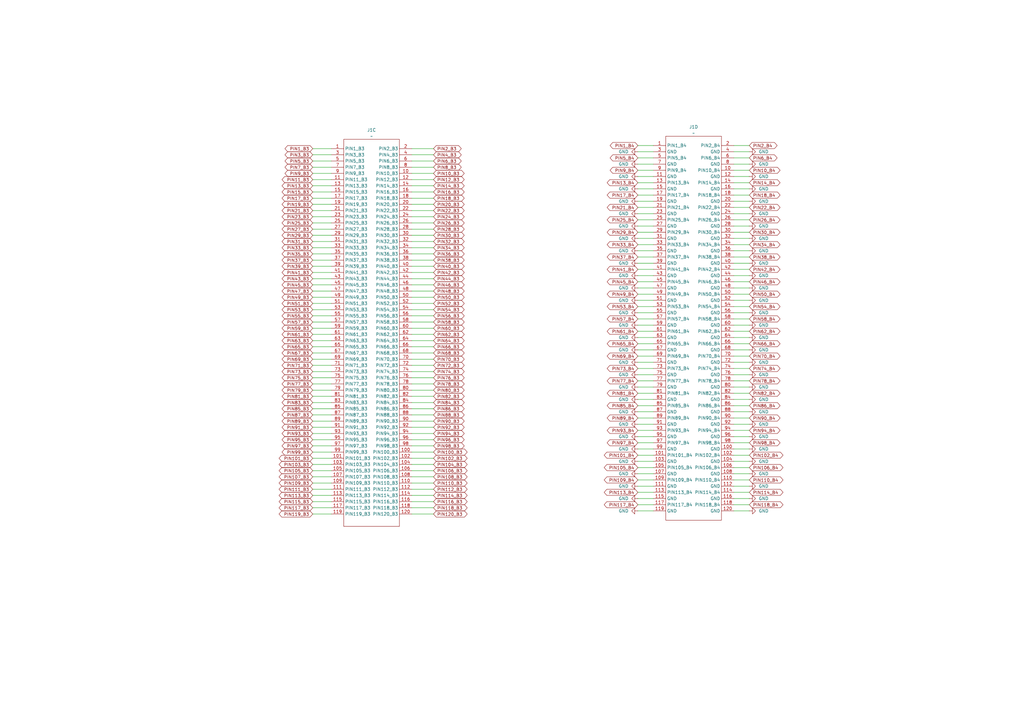
<source format=kicad_sch>
(kicad_sch (version 20231120) (generator "eeschema") (generator_version "8.0")
  (paper "A3")
  (wire (pts (xy 177.8 66.04) (xy 168.91 66.04)))
  (wire (pts (xy 300.99 194.31) (xy 307.34 194.31)))
  (wire (pts (xy 261.62 201.93) (xy 267.97 201.93)))
  (wire (pts (xy 307.34 151.13) (xy 300.99 151.13)))
  (wire (pts (xy 307.34 67.31) (xy 300.99 67.31)))
  (wire (pts (xy 128.27 139.7) (xy 135.89 139.7)))
  (wire (pts (xy 177.8 180.34) (xy 168.91 180.34)))
  (wire (pts (xy 177.8 121.92) (xy 168.91 121.92)))
  (wire (pts (xy 128.27 60.96) (xy 135.89 60.96)))
  (wire (pts (xy 177.8 154.94) (xy 168.91 154.94)))
  (wire (pts (xy 128.27 162.56) (xy 135.89 162.56)))
  (wire (pts (xy 261.62 59.69) (xy 267.97 59.69)))
  (wire (pts (xy 177.8 127) (xy 168.91 127)))
  (wire (pts (xy 307.34 184.15) (xy 300.99 184.15)))
  (wire (pts (xy 177.8 81.28) (xy 168.91 81.28)))
  (wire (pts (xy 128.27 182.88) (xy 135.89 182.88)))
  (wire (pts (xy 307.34 59.69) (xy 300.99 59.69)))
  (wire (pts (xy 177.8 99.06) (xy 168.91 99.06)))
  (wire (pts (xy 261.62 95.25) (xy 267.97 95.25)))
  (wire (pts (xy 307.34 173.99) (xy 300.99 173.99)))
  (wire (pts (xy 261.62 163.83) (xy 267.97 163.83)))
  (wire (pts (xy 307.34 201.93) (xy 300.99 201.93)))
  (wire (pts (xy 177.8 76.2) (xy 168.91 76.2)))
  (wire (pts (xy 261.62 100.33) (xy 267.97 100.33)))
  (wire (pts (xy 177.8 149.86) (xy 168.91 149.86)))
  (wire (pts (xy 128.27 91.44) (xy 135.89 91.44)))
  (wire (pts (xy 261.62 179.07) (xy 267.97 179.07)))
  (wire (pts (xy 307.34 196.85) (xy 300.99 196.85)))
  (wire (pts (xy 307.34 62.23) (xy 300.99 62.23)))
  (wire (pts (xy 307.34 97.79) (xy 300.99 97.79)))
  (wire (pts (xy 177.8 147.32) (xy 168.91 147.32)))
  (wire (pts (xy 261.62 130.81) (xy 267.97 130.81)))
  (wire (pts (xy 128.27 175.26) (xy 135.89 175.26)))
  (wire (pts (xy 261.62 72.39) (xy 267.97 72.39)))
  (wire (pts (xy 307.34 72.39) (xy 300.99 72.39)))
  (wire (pts (xy 261.62 158.75) (xy 267.97 158.75)))
  (wire (pts (xy 177.8 63.5) (xy 168.91 63.5)))
  (wire (pts (xy 177.8 119.38) (xy 168.91 119.38)))
  (wire (pts (xy 177.8 167.64) (xy 168.91 167.64)))
  (wire (pts (xy 307.34 82.55) (xy 300.99 82.55)))
  (wire (pts (xy 177.8 162.56) (xy 168.91 162.56)))
  (wire (pts (xy 261.62 120.65) (xy 267.97 120.65)))
  (wire (pts (xy 261.62 148.59) (xy 267.97 148.59)))
  (wire (pts (xy 261.62 186.69) (xy 267.97 186.69)))
  (wire (pts (xy 128.27 170.18) (xy 135.89 170.18)))
  (wire (pts (xy 128.27 127) (xy 135.89 127)))
  (wire (pts (xy 177.8 182.88) (xy 168.91 182.88)))
  (wire (pts (xy 261.62 209.55) (xy 267.97 209.55)))
  (wire (pts (xy 128.27 205.74) (xy 135.89 205.74)))
  (wire (pts (xy 261.62 194.31) (xy 267.97 194.31)))
  (wire (pts (xy 307.34 163.83) (xy 300.99 163.83)))
  (wire (pts (xy 177.8 137.16) (xy 168.91 137.16)))
  (wire (pts (xy 307.34 133.35) (xy 300.99 133.35)))
  (wire (pts (xy 177.8 104.14) (xy 168.91 104.14)))
  (wire (pts (xy 307.34 85.09) (xy 300.99 85.09)))
  (wire (pts (xy 307.34 138.43) (xy 300.99 138.43)))
  (wire (pts (xy 128.27 114.3) (xy 135.89 114.3)))
  (wire (pts (xy 128.27 88.9) (xy 135.89 88.9)))
  (wire (pts (xy 261.62 105.41) (xy 267.97 105.41)))
  (wire (pts (xy 177.8 132.08) (xy 168.91 132.08)))
  (wire (pts (xy 177.8 96.52) (xy 168.91 96.52)))
  (wire (pts (xy 177.8 93.98) (xy 168.91 93.98)))
  (wire (pts (xy 261.62 118.11) (xy 267.97 118.11)))
  (wire (pts (xy 128.27 101.6) (xy 135.89 101.6)))
  (wire (pts (xy 307.34 176.53) (xy 300.99 176.53)))
  (wire (pts (xy 128.27 83.82) (xy 135.89 83.82)))
  (wire (pts (xy 128.27 180.34) (xy 135.89 180.34)))
  (wire (pts (xy 307.34 125.73) (xy 300.99 125.73)))
  (wire (pts (xy 261.62 113.03) (xy 267.97 113.03)))
  (wire (pts (xy 261.62 64.77) (xy 267.97 64.77)))
  (wire (pts (xy 307.34 199.39) (xy 300.99 199.39)))
  (wire (pts (xy 177.8 205.74) (xy 168.91 205.74)))
  (wire (pts (xy 307.34 181.61) (xy 300.99 181.61)))
  (wire (pts (xy 128.27 124.46) (xy 135.89 124.46)))
  (wire (pts (xy 177.8 165.1) (xy 168.91 165.1)))
  (wire (pts (xy 128.27 121.92) (xy 135.89 121.92)))
  (wire (pts (xy 261.62 80.01) (xy 267.97 80.01)))
  (wire (pts (xy 261.62 153.67) (xy 267.97 153.67)))
  (wire (pts (xy 128.27 119.38) (xy 135.89 119.38)))
  (wire (pts (xy 261.62 82.55) (xy 267.97 82.55)))
  (wire (pts (xy 307.34 107.95) (xy 300.99 107.95)))
  (wire (pts (xy 177.8 134.62) (xy 168.91 134.62)))
  (wire (pts (xy 261.62 151.13) (xy 267.97 151.13)))
  (wire (pts (xy 177.8 190.5) (xy 168.91 190.5)))
  (wire (pts (xy 128.27 63.5) (xy 135.89 63.5)))
  (wire (pts (xy 261.62 85.09) (xy 267.97 85.09)))
  (wire (pts (xy 177.8 157.48) (xy 168.91 157.48)))
  (wire (pts (xy 177.8 116.84) (xy 168.91 116.84)))
  (wire (pts (xy 307.34 161.29) (xy 300.99 161.29)))
  (wire (pts (xy 261.62 97.79) (xy 267.97 97.79)))
  (wire (pts (xy 177.8 109.22) (xy 168.91 109.22)))
  (wire (pts (xy 307.34 128.27) (xy 300.99 128.27)))
  (wire (pts (xy 307.34 102.87) (xy 300.99 102.87)))
  (wire (pts (xy 128.27 203.2) (xy 135.89 203.2)))
  (wire (pts (xy 128.27 190.5) (xy 135.89 190.5)))
  (wire (pts (xy 307.34 153.67) (xy 300.99 153.67)))
  (wire (pts (xy 128.27 71.12) (xy 135.89 71.12)))
  (wire (pts (xy 177.8 124.46) (xy 168.91 124.46)))
  (wire (pts (xy 307.34 146.05) (xy 300.99 146.05)))
  (wire (pts (xy 307.34 120.65) (xy 300.99 120.65)))
  (wire (pts (xy 261.62 168.91) (xy 267.97 168.91)))
  (wire (pts (xy 128.27 193.04) (xy 135.89 193.04)))
  (wire (pts (xy 177.8 73.66) (xy 168.91 73.66)))
  (wire (pts (xy 261.62 125.73) (xy 267.97 125.73)))
  (wire (pts (xy 177.8 114.3) (xy 168.91 114.3)))
  (wire (pts (xy 261.62 123.19) (xy 267.97 123.19)))
  (wire (pts (xy 128.27 86.36) (xy 135.89 86.36)))
  (wire (pts (xy 307.34 191.77) (xy 300.99 191.77)))
  (wire (pts (xy 300.99 113.03) (xy 307.34 113.03)))
  (wire (pts (xy 177.8 185.42) (xy 168.91 185.42)))
  (wire (pts (xy 307.34 74.93) (xy 300.99 74.93)))
  (wire (pts (xy 177.8 208.28) (xy 168.91 208.28)))
  (wire (pts (xy 261.62 128.27) (xy 267.97 128.27)))
  (wire (pts (xy 307.34 204.47) (xy 300.99 204.47)))
  (wire (pts (xy 128.27 144.78) (xy 135.89 144.78)))
  (wire (pts (xy 307.34 64.77) (xy 300.99 64.77)))
  (wire (pts (xy 177.8 144.78) (xy 168.91 144.78)))
  (wire (pts (xy 307.34 179.07) (xy 300.99 179.07)))
  (wire (pts (xy 128.27 160.02) (xy 135.89 160.02)))
  (wire (pts (xy 307.34 118.11) (xy 300.99 118.11)))
  (wire (pts (xy 128.27 165.1) (xy 135.89 165.1)))
  (wire (pts (xy 128.27 132.08) (xy 135.89 132.08)))
  (wire (pts (xy 261.62 115.57) (xy 267.97 115.57)))
  (wire (pts (xy 128.27 93.98) (xy 135.89 93.98)))
  (wire (pts (xy 128.27 157.48) (xy 135.89 157.48)))
  (wire (pts (xy 261.62 173.99) (xy 267.97 173.99)))
  (wire (pts (xy 307.34 166.37) (xy 300.99 166.37)))
  (wire (pts (xy 261.62 189.23) (xy 267.97 189.23)))
  (wire (pts (xy 177.8 83.82) (xy 168.91 83.82)))
  (wire (pts (xy 128.27 116.84) (xy 135.89 116.84)))
  (wire (pts (xy 261.62 176.53) (xy 267.97 176.53)))
  (wire (pts (xy 307.34 69.85) (xy 300.99 69.85)))
  (wire (pts (xy 128.27 129.54) (xy 135.89 129.54)))
  (wire (pts (xy 177.8 68.58) (xy 168.91 68.58)))
  (wire (pts (xy 261.62 146.05) (xy 267.97 146.05)))
  (wire (pts (xy 177.8 175.26) (xy 168.91 175.26)))
  (wire (pts (xy 177.8 170.18) (xy 168.91 170.18)))
  (wire (pts (xy 128.27 78.74) (xy 135.89 78.74)))
  (wire (pts (xy 177.8 91.44) (xy 168.91 91.44)))
  (wire (pts (xy 261.62 140.97) (xy 267.97 140.97)))
  (wire (pts (xy 261.62 138.43) (xy 267.97 138.43)))
  (wire (pts (xy 307.34 123.19) (xy 300.99 123.19)))
  (wire (pts (xy 128.27 187.96) (xy 135.89 187.96)))
  (wire (pts (xy 177.8 139.7) (xy 168.91 139.7)))
  (wire (pts (xy 261.62 166.37) (xy 267.97 166.37)))
  (wire (pts (xy 307.34 189.23) (xy 300.99 189.23)))
  (wire (pts (xy 128.27 68.58) (xy 135.89 68.58)))
  (wire (pts (xy 177.8 187.96) (xy 168.91 187.96)))
  (wire (pts (xy 261.62 199.39) (xy 267.97 199.39)))
  (wire (pts (xy 307.34 207.01) (xy 300.99 207.01)))
  (wire (pts (xy 177.8 78.74) (xy 168.91 78.74)))
  (wire (pts (xy 128.27 147.32) (xy 135.89 147.32)))
  (wire (pts (xy 128.27 106.68) (xy 135.89 106.68)))
  (wire (pts (xy 128.27 167.64) (xy 135.89 167.64)))
  (wire (pts (xy 307.34 186.69) (xy 300.99 186.69)))
  (wire (pts (xy 307.34 87.63) (xy 300.99 87.63)))
  (wire (pts (xy 128.27 104.14) (xy 135.89 104.14)))
  (wire (pts (xy 307.34 77.47) (xy 300.99 77.47)))
  (wire (pts (xy 177.8 195.58) (xy 168.91 195.58)))
  (wire (pts (xy 177.8 71.12) (xy 168.91 71.12)))
  (wire (pts (xy 128.27 154.94) (xy 135.89 154.94)))
  (wire (pts (xy 128.27 137.16) (xy 135.89 137.16)))
  (wire (pts (xy 261.62 204.47) (xy 267.97 204.47)))
  (wire (pts (xy 307.34 209.55) (xy 300.99 209.55)))
  (wire (pts (xy 177.8 152.4) (xy 168.91 152.4)))
  (wire (pts (xy 177.8 129.54) (xy 168.91 129.54)))
  (wire (pts (xy 307.34 143.51) (xy 300.99 143.51)))
  (wire (pts (xy 177.8 160.02) (xy 168.91 160.02)))
  (wire (pts (xy 261.62 207.01) (xy 267.97 207.01)))
  (wire (pts (xy 307.34 156.21) (xy 300.99 156.21)))
  (wire (pts (xy 128.27 73.66) (xy 135.89 73.66)))
  (wire (pts (xy 307.34 140.97) (xy 300.99 140.97)))
  (wire (pts (xy 261.62 143.51) (xy 267.97 143.51)))
  (wire (pts (xy 261.62 196.85) (xy 267.97 196.85)))
  (wire (pts (xy 128.27 152.4) (xy 135.89 152.4)))
  (wire (pts (xy 261.62 69.85) (xy 267.97 69.85)))
  (wire (pts (xy 128.27 198.12) (xy 135.89 198.12)))
  (wire (pts (xy 307.34 158.75) (xy 300.99 158.75)))
  (wire (pts (xy 261.62 171.45) (xy 267.97 171.45)))
  (wire (pts (xy 177.8 177.8) (xy 168.91 177.8)))
  (wire (pts (xy 307.34 95.25) (xy 300.99 95.25)))
  (wire (pts (xy 261.62 156.21) (xy 267.97 156.21)))
  (wire (pts (xy 307.34 135.89) (xy 300.99 135.89)))
  (wire (pts (xy 307.34 148.59) (xy 300.99 148.59)))
  (wire (pts (xy 128.27 195.58) (xy 135.89 195.58)))
  (wire (pts (xy 177.8 193.04) (xy 168.91 193.04)))
  (wire (pts (xy 177.8 86.36) (xy 168.91 86.36)))
  (wire (pts (xy 261.62 110.49) (xy 267.97 110.49)))
  (wire (pts (xy 128.27 172.72) (xy 135.89 172.72)))
  (wire (pts (xy 261.62 90.17) (xy 267.97 90.17)))
  (wire (pts (xy 261.62 135.89) (xy 267.97 135.89)))
  (wire (pts (xy 128.27 208.28) (xy 135.89 208.28)))
  (wire (pts (xy 307.34 110.49) (xy 300.99 110.49)))
  (wire (pts (xy 261.62 62.23) (xy 267.97 62.23)))
  (wire (pts (xy 128.27 109.22) (xy 135.89 109.22)))
  (wire (pts (xy 307.34 130.81) (xy 300.99 130.81)))
  (wire (pts (xy 261.62 92.71) (xy 267.97 92.71)))
  (wire (pts (xy 128.27 177.8) (xy 135.89 177.8)))
  (wire (pts (xy 307.34 80.01) (xy 300.99 80.01)))
  (wire (pts (xy 177.8 142.24) (xy 168.91 142.24)))
  (wire (pts (xy 261.62 133.35) (xy 267.97 133.35)))
  (wire (pts (xy 177.8 172.72) (xy 168.91 172.72)))
  (wire (pts (xy 307.34 168.91) (xy 300.99 168.91)))
  (wire (pts (xy 177.8 60.96) (xy 168.91 60.96)))
  (wire (pts (xy 261.62 181.61) (xy 267.97 181.61)))
  (wire (pts (xy 128.27 149.86) (xy 135.89 149.86)))
  (wire (pts (xy 177.8 101.6) (xy 168.91 101.6)))
  (wire (pts (xy 307.34 92.71) (xy 300.99 92.71)))
  (wire (pts (xy 177.8 200.66) (xy 168.91 200.66)))
  (wire (pts (xy 128.27 134.62) (xy 135.89 134.62)))
  (wire (pts (xy 128.27 76.2) (xy 135.89 76.2)))
  (wire (pts (xy 177.8 198.12) (xy 168.91 198.12)))
  (wire (pts (xy 307.34 171.45) (xy 300.99 171.45)))
  (wire (pts (xy 128.27 99.06) (xy 135.89 99.06)))
  (wire (pts (xy 177.8 106.68) (xy 168.91 106.68)))
  (wire (pts (xy 128.27 81.28) (xy 135.89 81.28)))
  (wire (pts (xy 177.8 88.9) (xy 168.91 88.9)))
  (wire (pts (xy 261.62 77.47) (xy 267.97 77.47)))
  (wire (pts (xy 261.62 161.29) (xy 267.97 161.29)))
  (wire (pts (xy 261.62 67.31) (xy 267.97 67.31)))
  (wire (pts (xy 177.8 111.76) (xy 168.91 111.76)))
  (wire (pts (xy 261.62 184.15) (xy 267.97 184.15)))
  (wire (pts (xy 177.8 210.82) (xy 168.91 210.82)))
  (wire (pts (xy 307.34 90.17) (xy 300.99 90.17)))
  (wire (pts (xy 128.27 210.82) (xy 135.89 210.82)))
  (wire (pts (xy 261.62 107.95) (xy 267.97 107.95)))
  (wire (pts (xy 307.34 105.41) (xy 300.99 105.41)))
  (wire (pts (xy 128.27 96.52) (xy 135.89 96.52)))
  (wire (pts (xy 261.62 74.93) (xy 267.97 74.93)))
  (wire (pts (xy 128.27 66.04) (xy 135.89 66.04)))
  (wire (pts (xy 128.27 185.42) (xy 135.89 185.42)))
  (wire (pts (xy 261.62 102.87) (xy 267.97 102.87)))
  (wire (pts (xy 128.27 200.66) (xy 135.89 200.66)))
  (wire (pts (xy 307.34 100.33) (xy 300.99 100.33)))
  (wire (pts (xy 177.8 203.2) (xy 168.91 203.2)))
  (wire (pts (xy 261.62 87.63) (xy 267.97 87.63)))
  (wire (pts (xy 128.27 142.24) (xy 135.89 142.24)))
  (wire (pts (xy 261.62 191.77) (xy 267.97 191.77)))
  (wire (pts (xy 307.34 115.57) (xy 300.99 115.57)))
  (wire (pts (xy 128.27 111.76) (xy 135.89 111.76)))
  (global_label "PIN66_B4" (shape bidirectional) (at 307.34 140.97 0) (property "Intersheetrefs" "${INTERSHEET_REFS}" (effects (hide yes))))
  (global_label "PIN102_B4" (shape bidirectional) (at 307.34 186.69 0) (property "Intersheetrefs" "${INTERSHEET_REFS}" (effects (hide yes))))
  (global_label "PIN107_B3" (shape bidirectional) (at 128.27 195.58 180) (property "Intersheetrefs" "${INTERSHEET_REFS}" (effects (hide yes))))
  (global_label "PIN88_B3" (shape bidirectional) (at 177.8 170.18 0) (property "Intersheetrefs" "${INTERSHEET_REFS}" (effects (hide yes))))
  (global_label "PIN81_B4" (shape bidirectional) (at 261.62 161.29 180) (property "Intersheetrefs" "${INTERSHEET_REFS}" (effects (hide yes))))
  (global_label "PIN37_B3" (shape bidirectional) (at 128.27 106.68 180) (property "Intersheetrefs" "${INTERSHEET_REFS}" (effects (hide yes))))
  (global_label "PIN100_B3" (shape bidirectional) (at 177.8 185.42 0) (property "Intersheetrefs" "${INTERSHEET_REFS}" (effects (hide yes))))
  (global_label "PIN84_B3" (shape bidirectional) (at 177.8 165.1 0) (property "Intersheetrefs" "${INTERSHEET_REFS}" (effects (hide yes))))
  (global_label "PIN97_B4" (shape bidirectional) (at 261.62 181.61 180) (property "Intersheetrefs" "${INTERSHEET_REFS}" (effects (hide yes))))
  (global_label "PIN21_B3" (shape bidirectional) (at 128.27 86.36 180) (property "Intersheetrefs" "${INTERSHEET_REFS}" (effects (hide yes))))
  (global_label "PIN60_B3" (shape bidirectional) (at 177.8 134.62 0) (property "Intersheetrefs" "${INTERSHEET_REFS}" (effects (hide yes))))
  (global_label "PIN59_B3" (shape bidirectional) (at 128.27 134.62 180) (property "Intersheetrefs" "${INTERSHEET_REFS}" (effects (hide yes))))
  (global_label "PIN95_B3" (shape bidirectional) (at 128.27 180.34 180) (property "Intersheetrefs" "${INTERSHEET_REFS}" (effects (hide yes))))
  (global_label "PIN48_B3" (shape bidirectional) (at 177.8 119.38 0) (property "Intersheetrefs" "${INTERSHEET_REFS}" (effects (hide yes))))
  (global_label "PIN64_B3" (shape bidirectional) (at 177.8 139.7 0) (property "Intersheetrefs" "${INTERSHEET_REFS}" (effects (hide yes))))
  (global_label "PIN14_B4" (shape bidirectional) (at 307.34 74.93 0) (property "Intersheetrefs" "${INTERSHEET_REFS}" (effects (hide yes))))
  (global_label "PIN113_B4" (shape bidirectional) (at 261.62 201.93 180) (property "Intersheetrefs" "${INTERSHEET_REFS}" (effects (hide yes))))
  (global_label "PIN13_B4" (shape bidirectional) (at 261.62 74.93 180) (property "Intersheetrefs" "${INTERSHEET_REFS}" (effects (hide yes))))
  (global_label "PIN46_B3" (shape bidirectional) (at 177.8 116.84 0) (property "Intersheetrefs" "${INTERSHEET_REFS}" (effects (hide yes))))
  (global_label "PIN91_B3" (shape bidirectional) (at 128.27 175.26 180) (property "Intersheetrefs" "${INTERSHEET_REFS}" (effects (hide yes))))
  (global_label "PIN45_B4" (shape bidirectional) (at 261.62 115.57 180) (property "Intersheetrefs" "${INTERSHEET_REFS}" (effects (hide yes))))
  (global_label "PIN1_B3" (shape bidirectional) (at 128.27 60.96 180) (property "Intersheetrefs" "${INTERSHEET_REFS}" (effects (hide yes))))
  (global_label "PIN43_B3" (shape bidirectional) (at 128.27 114.3 180) (property "Intersheetrefs" "${INTERSHEET_REFS}" (effects (hide yes))))
  (global_label "PIN85_B4" (shape bidirectional) (at 261.62 166.37 180) (property "Intersheetrefs" "${INTERSHEET_REFS}" (effects (hide yes))))
  (global_label "PIN68_B3" (shape bidirectional) (at 177.8 144.78 0) (property "Intersheetrefs" "${INTERSHEET_REFS}" (effects (hide yes))))
  (global_label "PIN109_B3" (shape bidirectional) (at 128.27 198.12 180) (property "Intersheetrefs" "${INTERSHEET_REFS}" (effects (hide yes))))
  (global_label "PIN30_B4" (shape bidirectional) (at 307.34 95.25 0) (property "Intersheetrefs" "${INTERSHEET_REFS}" (effects (hide yes))))
  (global_label "PIN6_B4" (shape bidirectional) (at 307.34 64.77 0) (property "Intersheetrefs" "${INTERSHEET_REFS}" (effects (hide yes))))
  (global_label "PIN41_B3" (shape bidirectional) (at 128.27 111.76 180) (property "Intersheetrefs" "${INTERSHEET_REFS}" (effects (hide yes))))
  (global_label "PIN28_B3" (shape bidirectional) (at 177.8 93.98 0) (property "Intersheetrefs" "${INTERSHEET_REFS}" (effects (hide yes))))
  (global_label "PIN13_B3" (shape bidirectional) (at 128.27 76.2 180) (property "Intersheetrefs" "${INTERSHEET_REFS}" (effects (hide yes))))
  (global_label "PIN66_B3" (shape bidirectional) (at 177.8 142.24 0) (property "Intersheetrefs" "${INTERSHEET_REFS}" (effects (hide yes))))
  (global_label "PIN9_B4" (shape bidirectional) (at 261.62 69.85 180) (property "Intersheetrefs" "${INTERSHEET_REFS}" (effects (hide yes))))
  (global_label "PIN67_B3" (shape bidirectional) (at 128.27 144.78 180) (property "Intersheetrefs" "${INTERSHEET_REFS}" (effects (hide yes))))
  (global_label "PIN21_B4" (shape bidirectional) (at 261.62 85.09 180) (property "Intersheetrefs" "${INTERSHEET_REFS}" (effects (hide yes))))
  (global_label "PIN92_B3" (shape bidirectional) (at 177.8 175.26 0) (property "Intersheetrefs" "${INTERSHEET_REFS}" (effects (hide yes))))
  (global_label "PIN44_B3" (shape bidirectional) (at 177.8 114.3 0) (property "Intersheetrefs" "${INTERSHEET_REFS}" (effects (hide yes))))
  (global_label "PIN8_B3" (shape bidirectional) (at 177.8 68.58 0) (property "Intersheetrefs" "${INTERSHEET_REFS}" (effects (hide yes))))
  (global_label "PIN50_B4" (shape bidirectional) (at 307.34 120.65 0) (property "Intersheetrefs" "${INTERSHEET_REFS}" (effects (hide yes))))
  (global_label "PIN65_B4" (shape bidirectional) (at 261.62 140.97 180) (property "Intersheetrefs" "${INTERSHEET_REFS}" (effects (hide yes))))
  (global_label "PIN98_B4" (shape bidirectional) (at 307.34 181.61 0) (property "Intersheetrefs" "${INTERSHEET_REFS}" (effects (hide yes))))
  (global_label "PIN37_B4" (shape bidirectional) (at 261.62 105.41 180) (property "Intersheetrefs" "${INTERSHEET_REFS}" (effects (hide yes))))
  (global_label "PIN86_B3" (shape bidirectional) (at 177.8 167.64 0) (property "Intersheetrefs" "${INTERSHEET_REFS}" (effects (hide yes))))
  (global_label "PIN103_B3" (shape bidirectional) (at 128.27 190.5 180) (property "Intersheetrefs" "${INTERSHEET_REFS}" (effects (hide yes))))
  (global_label "PIN35_B3" (shape bidirectional) (at 128.27 104.14 180) (property "Intersheetrefs" "${INTERSHEET_REFS}" (effects (hide yes))))
  (global_label "PIN119_B3" (shape bidirectional) (at 128.27 210.82 180) (property "Intersheetrefs" "${INTERSHEET_REFS}" (effects (hide yes))))
  (global_label "PIN57_B3" (shape bidirectional) (at 128.27 132.08 180) (property "Intersheetrefs" "${INTERSHEET_REFS}" (effects (hide yes))))
  (global_label "PIN23_B3" (shape bidirectional) (at 128.27 88.9 180) (property "Intersheetrefs" "${INTERSHEET_REFS}" (effects (hide yes))))
  (global_label "PIN63_B3" (shape bidirectional) (at 128.27 139.7 180) (property "Intersheetrefs" "${INTERSHEET_REFS}" (effects (hide yes))))
  (global_label "PIN47_B3" (shape bidirectional) (at 128.27 119.38 180) (property "Intersheetrefs" "${INTERSHEET_REFS}" (effects (hide yes))))
  (global_label "PIN93_B4" (shape bidirectional) (at 261.62 176.53 180) (property "Intersheetrefs" "${INTERSHEET_REFS}" (effects (hide yes))))
  (global_label "PIN32_B3" (shape bidirectional) (at 177.8 99.06 0) (property "Intersheetrefs" "${INTERSHEET_REFS}" (effects (hide yes))))
  (global_label "PIN42_B3" (shape bidirectional) (at 177.8 111.76 0) (property "Intersheetrefs" "${INTERSHEET_REFS}" (effects (hide yes))))
  (global_label "PIN99_B3" (shape bidirectional) (at 128.27 185.42 180) (property "Intersheetrefs" "${INTERSHEET_REFS}" (effects (hide yes))))
  (global_label "PIN25_B4" (shape bidirectional) (at 261.62 90.17 180) (property "Intersheetrefs" "${INTERSHEET_REFS}" (effects (hide yes))))
  (global_label "PIN38_B4" (shape bidirectional) (at 307.34 105.41 0) (property "Intersheetrefs" "${INTERSHEET_REFS}" (effects (hide yes))))
  (global_label "PIN114_B3" (shape bidirectional) (at 177.8 203.2 0) (property "Intersheetrefs" "${INTERSHEET_REFS}" (effects (hide yes))))
  (global_label "PIN114_B4" (shape bidirectional) (at 307.34 201.93 0) (property "Intersheetrefs" "${INTERSHEET_REFS}" (effects (hide yes))))
  (global_label "PIN34_B4" (shape bidirectional) (at 307.34 100.33 0) (property "Intersheetrefs" "${INTERSHEET_REFS}" (effects (hide yes))))
  (global_label "PIN96_B3" (shape bidirectional) (at 177.8 180.34 0) (property "Intersheetrefs" "${INTERSHEET_REFS}" (effects (hide yes))))
  (global_label "PIN46_B4" (shape bidirectional) (at 307.34 115.57 0) (property "Intersheetrefs" "${INTERSHEET_REFS}" (effects (hide yes))))
  (global_label "PIN11_B3" (shape bidirectional) (at 128.27 73.66 180) (property "Intersheetrefs" "${INTERSHEET_REFS}" (effects (hide yes))))
  (global_label "PIN105_B4" (shape bidirectional) (at 261.62 191.77 180) (property "Intersheetrefs" "${INTERSHEET_REFS}" (effects (hide yes))))
  (global_label "PIN26_B4" (shape bidirectional) (at 307.34 90.17 0) (property "Intersheetrefs" "${INTERSHEET_REFS}" (effects (hide yes))))
  (global_label "PIN117_B3" (shape bidirectional) (at 128.27 208.28 180) (property "Intersheetrefs" "${INTERSHEET_REFS}" (effects (hide yes))))
  (global_label "PIN50_B3" (shape bidirectional) (at 177.8 121.92 0) (property "Intersheetrefs" "${INTERSHEET_REFS}" (effects (hide yes))))
  (global_label "PIN17_B4" (shape bidirectional) (at 261.62 80.01 180) (property "Intersheetrefs" "${INTERSHEET_REFS}" (effects (hide yes))))
  (global_label "PIN90_B3" (shape bidirectional) (at 177.8 172.72 0) (property "Intersheetrefs" "${INTERSHEET_REFS}" (effects (hide yes))))
  (global_label "PIN76_B3" (shape bidirectional) (at 177.8 154.94 0) (property "Intersheetrefs" "${INTERSHEET_REFS}" (effects (hide yes))))
  (global_label "PIN101_B3" (shape bidirectional) (at 128.27 187.96 180) (property "Intersheetrefs" "${INTERSHEET_REFS}" (effects (hide yes))))
  (global_label "PIN33_B4" (shape bidirectional) (at 261.62 100.33 180) (property "Intersheetrefs" "${INTERSHEET_REFS}" (effects (hide yes))))
  (global_label "PIN102_B3" (shape bidirectional) (at 177.8 187.96 0) (property "Intersheetrefs" "${INTERSHEET_REFS}" (effects (hide yes))))
  (global_label "PIN4_B3" (shape bidirectional) (at 177.8 63.5 0) (property "Intersheetrefs" "${INTERSHEET_REFS}" (effects (hide yes))))
  (global_label "PIN73_B4" (shape bidirectional) (at 261.62 151.13 180) (property "Intersheetrefs" "${INTERSHEET_REFS}" (effects (hide yes))))
  (global_label "PIN10_B3" (shape bidirectional) (at 177.8 71.12 0) (property "Intersheetrefs" "${INTERSHEET_REFS}" (effects (hide yes))))
  (global_label "PIN39_B3" (shape bidirectional) (at 128.27 109.22 180) (property "Intersheetrefs" "${INTERSHEET_REFS}" (effects (hide yes))))
  (global_label "PIN62_B3" (shape bidirectional) (at 177.8 137.16 0) (property "Intersheetrefs" "${INTERSHEET_REFS}" (effects (hide yes))))
  (global_label "PIN90_B4" (shape bidirectional) (at 307.34 171.45 0) (property "Intersheetrefs" "${INTERSHEET_REFS}" (effects (hide yes))))
  (global_label "PIN75_B3" (shape bidirectional) (at 128.27 154.94 180) (property "Intersheetrefs" "${INTERSHEET_REFS}" (effects (hide yes))))
  (global_label "PIN79_B3" (shape bidirectional) (at 128.27 160.02 180) (property "Intersheetrefs" "${INTERSHEET_REFS}" (effects (hide yes))))
  (global_label "PIN31_B3" (shape bidirectional) (at 128.27 99.06 180) (property "Intersheetrefs" "${INTERSHEET_REFS}" (effects (hide yes))))
  (global_label "PIN1_B4" (shape bidirectional) (at 261.62 59.69 180) (property "Intersheetrefs" "${INTERSHEET_REFS}" (effects (hide yes))))
  (global_label "PIN101_B4" (shape bidirectional) (at 261.62 186.69 180) (property "Intersheetrefs" "${INTERSHEET_REFS}" (effects (hide yes))))
  (global_label "PIN73_B3" (shape bidirectional) (at 128.27 152.4 180) (property "Intersheetrefs" "${INTERSHEET_REFS}" (effects (hide yes))))
  (global_label "PIN49_B3" (shape bidirectional) (at 128.27 121.92 180) (property "Intersheetrefs" "${INTERSHEET_REFS}" (effects (hide yes))))
  (global_label "PIN113_B3" (shape bidirectional) (at 128.27 203.2 180) (property "Intersheetrefs" "${INTERSHEET_REFS}" (effects (hide yes))))
  (global_label "PIN77_B3" (shape bidirectional) (at 128.27 157.48 180) (property "Intersheetrefs" "${INTERSHEET_REFS}" (effects (hide yes))))
  (global_label "PIN81_B3" (shape bidirectional) (at 128.27 162.56 180) (property "Intersheetrefs" "${INTERSHEET_REFS}" (effects (hide yes))))
  (global_label "PIN83_B3" (shape bidirectional) (at 128.27 165.1 180) (property "Intersheetrefs" "${INTERSHEET_REFS}" (effects (hide yes))))
  (global_label "PIN89_B4" (shape bidirectional) (at 261.62 171.45 180) (property "Intersheetrefs" "${INTERSHEET_REFS}" (effects (hide yes))))
  (global_label "PIN71_B3" (shape bidirectional) (at 128.27 149.86 180) (property "Intersheetrefs" "${INTERSHEET_REFS}" (effects (hide yes))))
  (global_label "PIN78_B3" (shape bidirectional) (at 177.8 157.48 0) (property "Intersheetrefs" "${INTERSHEET_REFS}" (effects (hide yes))))
  (global_label "PIN29_B3" (shape bidirectional) (at 128.27 96.52 180) (property "Intersheetrefs" "${INTERSHEET_REFS}" (effects (hide yes))))
  (global_label "PIN20_B3" (shape bidirectional) (at 177.8 83.82 0) (property "Intersheetrefs" "${INTERSHEET_REFS}" (effects (hide yes))))
  (global_label "PIN72_B3" (shape bidirectional) (at 177.8 149.86 0) (property "Intersheetrefs" "${INTERSHEET_REFS}" (effects (hide yes))))
  (global_label "PIN94_B4" (shape bidirectional) (at 307.34 176.53 0) (property "Intersheetrefs" "${INTERSHEET_REFS}" (effects (hide yes))))
  (global_label "PIN62_B4" (shape bidirectional) (at 307.34 135.89 0) (property "Intersheetrefs" "${INTERSHEET_REFS}" (effects (hide yes))))
  (global_label "PIN85_B3" (shape bidirectional) (at 128.27 167.64 180) (property "Intersheetrefs" "${INTERSHEET_REFS}" (effects (hide yes))))
  (global_label "PIN89_B3" (shape bidirectional) (at 128.27 172.72 180) (property "Intersheetrefs" "${INTERSHEET_REFS}" (effects (hide yes))))
  (global_label "PIN51_B3" (shape bidirectional) (at 128.27 124.46 180) (property "Intersheetrefs" "${INTERSHEET_REFS}" (effects (hide yes))))
  (global_label "PIN27_B3" (shape bidirectional) (at 128.27 93.98 180) (property "Intersheetrefs" "${INTERSHEET_REFS}" (effects (hide yes))))
  (global_label "PIN120_B3" (shape bidirectional) (at 177.8 210.82 0) (property "Intersheetrefs" "${INTERSHEET_REFS}" (effects (hide yes))))
  (global_label "PIN18_B3" (shape bidirectional) (at 177.8 81.28 0) (property "Intersheetrefs" "${INTERSHEET_REFS}" (effects (hide yes))))
  (global_label "PIN30_B3" (shape bidirectional) (at 177.8 96.52 0) (property "Intersheetrefs" "${INTERSHEET_REFS}" (effects (hide yes))))
  (global_label "PIN7_B3" (shape bidirectional) (at 128.27 68.58 180) (property "Intersheetrefs" "${INTERSHEET_REFS}" (effects (hide yes))))
  (global_label "PIN6_B3" (shape bidirectional) (at 177.8 66.04 0) (property "Intersheetrefs" "${INTERSHEET_REFS}" (effects (hide yes))))
  (global_label "PIN54_B3" (shape bidirectional) (at 177.8 127 0) (property "Intersheetrefs" "${INTERSHEET_REFS}" (effects (hide yes))))
  (global_label "PIN52_B3" (shape bidirectional) (at 177.8 124.46 0) (property "Intersheetrefs" "${INTERSHEET_REFS}" (effects (hide yes))))
  (global_label "PIN116_B3" (shape bidirectional) (at 177.8 205.74 0) (property "Intersheetrefs" "${INTERSHEET_REFS}" (effects (hide yes))))
  (global_label "PIN42_B4" (shape bidirectional) (at 307.34 110.49 0) (property "Intersheetrefs" "${INTERSHEET_REFS}" (effects (hide yes))))
  (global_label "PIN49_B4" (shape bidirectional) (at 261.62 120.65 180) (property "Intersheetrefs" "${INTERSHEET_REFS}" (effects (hide yes))))
  (global_label "PIN55_B3" (shape bidirectional) (at 128.27 129.54 180) (property "Intersheetrefs" "${INTERSHEET_REFS}" (effects (hide yes))))
  (global_label "PIN29_B4" (shape bidirectional) (at 261.62 95.25 180) (property "Intersheetrefs" "${INTERSHEET_REFS}" (effects (hide yes))))
  (global_label "PIN45_B3" (shape bidirectional) (at 128.27 116.84 180) (property "Intersheetrefs" "${INTERSHEET_REFS}" (effects (hide yes))))
  (global_label "PIN70_B3" (shape bidirectional) (at 177.8 147.32 0) (property "Intersheetrefs" "${INTERSHEET_REFS}" (effects (hide yes))))
  (global_label "PIN74_B3" (shape bidirectional) (at 177.8 152.4 0) (property "Intersheetrefs" "${INTERSHEET_REFS}" (effects (hide yes))))
  (global_label "PIN22_B4" (shape bidirectional) (at 307.34 85.09 0) (property "Intersheetrefs" "${INTERSHEET_REFS}" (effects (hide yes))))
  (global_label "PIN106_B3" (shape bidirectional) (at 177.8 193.04 0) (property "Intersheetrefs" "${INTERSHEET_REFS}" (effects (hide yes))))
  (global_label "PIN74_B4" (shape bidirectional) (at 307.34 151.13 0) (property "Intersheetrefs" "${INTERSHEET_REFS}" (effects (hide yes))))
  (global_label "PIN2_B4" (shape bidirectional) (at 307.34 59.69 0) (property "Intersheetrefs" "${INTERSHEET_REFS}" (effects (hide yes))))
  (global_label "PIN87_B3" (shape bidirectional) (at 128.27 170.18 180) (property "Intersheetrefs" "${INTERSHEET_REFS}" (effects (hide yes))))
  (global_label "PIN58_B4" (shape bidirectional) (at 307.34 130.81 0) (property "Intersheetrefs" "${INTERSHEET_REFS}" (effects (hide yes))))
  (global_label "PIN70_B4" (shape bidirectional) (at 307.34 146.05 0) (property "Intersheetrefs" "${INTERSHEET_REFS}" (effects (hide yes))))
  (global_label "PIN86_B4" (shape bidirectional) (at 307.34 166.37 0) (property "Intersheetrefs" "${INTERSHEET_REFS}" (effects (hide yes))))
  (global_label "PIN15_B3" (shape bidirectional) (at 128.27 78.74 180) (property "Intersheetrefs" "${INTERSHEET_REFS}" (effects (hide yes))))
  (global_label "PIN118_B3" (shape bidirectional) (at 177.8 208.28 0) (property "Intersheetrefs" "${INTERSHEET_REFS}" (effects (hide yes))))
  (global_label "PIN38_B3" (shape bidirectional) (at 177.8 106.68 0) (property "Intersheetrefs" "${INTERSHEET_REFS}" (effects (hide yes))))
  (global_label "PIN97_B3" (shape bidirectional) (at 128.27 182.88 180) (property "Intersheetrefs" "${INTERSHEET_REFS}" (effects (hide yes))))
  (global_label "PIN53_B3" (shape bidirectional) (at 128.27 127 180) (property "Intersheetrefs" "${INTERSHEET_REFS}" (effects (hide yes))))
  (global_label "PIN93_B3" (shape bidirectional) (at 128.27 177.8 180) (property "Intersheetrefs" "${INTERSHEET_REFS}" (effects (hide yes))))
  (global_label "PIN17_B3" (shape bidirectional) (at 128.27 81.28 180) (property "Intersheetrefs" "${INTERSHEET_REFS}" (effects (hide yes))))
  (global_label "PIN104_B3" (shape bidirectional) (at 177.8 190.5 0) (property "Intersheetrefs" "${INTERSHEET_REFS}" (effects (hide yes))))
  (global_label "PIN61_B3" (shape bidirectional) (at 128.27 137.16 180) (property "Intersheetrefs" "${INTERSHEET_REFS}" (effects (hide yes))))
  (global_label "PIN112_B3" (shape bidirectional) (at 177.8 200.66 0) (property "Intersheetrefs" "${INTERSHEET_REFS}" (effects (hide yes))))
  (global_label "PIN5_B3" (shape bidirectional) (at 128.27 66.04 180) (property "Intersheetrefs" "${INTERSHEET_REFS}" (effects (hide yes))))
  (global_label "PIN58_B3" (shape bidirectional) (at 177.8 132.08 0) (property "Intersheetrefs" "${INTERSHEET_REFS}" (effects (hide yes))))
  (global_label "PIN94_B3" (shape bidirectional) (at 177.8 177.8 0) (property "Intersheetrefs" "${INTERSHEET_REFS}" (effects (hide yes))))
  (global_label "PIN118_B4" (shape bidirectional) (at 307.34 207.01 0) (property "Intersheetrefs" "${INTERSHEET_REFS}" (effects (hide yes))))
  (global_label "PIN111_B3" (shape bidirectional) (at 128.27 200.66 180) (property "Intersheetrefs" "${INTERSHEET_REFS}" (effects (hide yes))))
  (global_label "PIN40_B3" (shape bidirectional) (at 177.8 109.22 0) (property "Intersheetrefs" "${INTERSHEET_REFS}" (effects (hide yes))))
  (global_label "PIN108_B3" (shape bidirectional) (at 177.8 195.58 0) (property "Intersheetrefs" "${INTERSHEET_REFS}" (effects (hide yes))))
  (global_label "PIN78_B4" (shape bidirectional) (at 307.34 156.21 0) (property "Intersheetrefs" "${INTERSHEET_REFS}" (effects (hide yes))))
  (global_label "PIN12_B3" (shape bidirectional) (at 177.8 73.66 0) (property "Intersheetrefs" "${INTERSHEET_REFS}" (effects (hide yes))))
  (global_label "PIN109_B4" (shape bidirectional) (at 261.62 196.85 180) (property "Intersheetrefs" "${INTERSHEET_REFS}" (effects (hide yes))))
  (global_label "PIN26_B3" (shape bidirectional) (at 177.8 91.44 0) (property "Intersheetrefs" "${INTERSHEET_REFS}" (effects (hide yes))))
  (global_label "PIN80_B3" (shape bidirectional) (at 177.8 160.02 0) (property "Intersheetrefs" "${INTERSHEET_REFS}" (effects (hide yes))))
  (global_label "PIN110_B3" (shape bidirectional) (at 177.8 198.12 0) (property "Intersheetrefs" "${INTERSHEET_REFS}" (effects (hide yes))))
  (global_label "PIN82_B3" (shape bidirectional) (at 177.8 162.56 0) (property "Intersheetrefs" "${INTERSHEET_REFS}" (effects (hide yes))))
  (global_label "PIN41_B4" (shape bidirectional) (at 261.62 110.49 180) (property "Intersheetrefs" "${INTERSHEET_REFS}" (effects (hide yes))))
  (global_label "PIN115_B3" (shape bidirectional) (at 128.27 205.74 180) (property "Intersheetrefs" "${INTERSHEET_REFS}" (effects (hide yes))))
  (global_label "PIN57_B4" (shape bidirectional) (at 261.62 130.81 180) (property "Intersheetrefs" "${INTERSHEET_REFS}" (effects (hide yes))))
  (global_label "PIN77_B4" (shape bidirectional) (at 261.62 156.21 180) (property "Intersheetrefs" "${INTERSHEET_REFS}" (effects (hide yes))))
  (global_label "PIN19_B3" (shape bidirectional) (at 128.27 83.82 180) (property "Intersheetrefs" "${INTERSHEET_REFS}" (effects (hide yes))))
  (global_label "PIN14_B3" (shape bidirectional) (at 177.8 76.2 0) (property "Intersheetrefs" "${INTERSHEET_REFS}" (effects (hide yes))))
  (global_label "PIN36_B3" (shape bidirectional) (at 177.8 104.14 0) (property "Intersheetrefs" "${INTERSHEET_REFS}" (effects (hide yes))))
  (global_label "PIN69_B4" (shape bidirectional) (at 261.62 146.05 180) (property "Intersheetrefs" "${INTERSHEET_REFS}" (effects (hide yes))))
  (global_label "PIN3_B3" (shape bidirectional) (at 128.27 63.5 180) (property "Intersheetrefs" "${INTERSHEET_REFS}" (effects (hide yes))))
  (global_label "PIN53_B4" (shape bidirectional) (at 261.62 125.73 180) (property "Intersheetrefs" "${INTERSHEET_REFS}" (effects (hide yes))))
  (global_label "PIN2_B3" (shape bidirectional) (at 177.8 60.96 0) (property "Intersheetrefs" "${INTERSHEET_REFS}" (effects (hide yes))))
  (global_label "PIN25_B3" (shape bidirectional) (at 128.27 91.44 180) (property "Intersheetrefs" "${INTERSHEET_REFS}" (effects (hide yes))))
  (global_label "PIN9_B3" (shape bidirectional) (at 128.27 71.12 180) (property "Intersheetrefs" "${INTERSHEET_REFS}" (effects (hide yes))))
  (global_label "PIN105_B3" (shape bidirectional) (at 128.27 193.04 180) (property "Intersheetrefs" "${INTERSHEET_REFS}" (effects (hide yes))))
  (global_label "PIN65_B3" (shape bidirectional) (at 128.27 142.24 180) (property "Intersheetrefs" "${INTERSHEET_REFS}" (effects (hide yes))))
  (global_label "PIN61_B4" (shape bidirectional) (at 261.62 135.89 180) (property "Intersheetrefs" "${INTERSHEET_REFS}" (effects (hide yes))))
  (global_label "PIN10_B4" (shape bidirectional) (at 307.34 69.85 0) (property "Intersheetrefs" "${INTERSHEET_REFS}" (effects (hide yes))))
  (global_label "PIN16_B3" (shape bidirectional) (at 177.8 78.74 0) (property "Intersheetrefs" "${INTERSHEET_REFS}" (effects (hide yes))))
  (global_label "PIN54_B4" (shape bidirectional) (at 307.34 125.73 0) (property "Intersheetrefs" "${INTERSHEET_REFS}" (effects (hide yes))))
  (global_label "PIN110_B4" (shape bidirectional) (at 307.34 196.85 0) (property "Intersheetrefs" "${INTERSHEET_REFS}" (effects (hide yes))))
  (global_label "PIN69_B3" (shape bidirectional) (at 128.27 147.32 180) (property "Intersheetrefs" "${INTERSHEET_REFS}" (effects (hide yes))))
  (global_label "PIN33_B3" (shape bidirectional) (at 128.27 101.6 180) (property "Intersheetrefs" "${INTERSHEET_REFS}" (effects (hide yes))))
  (global_label "PIN5_B4" (shape bidirectional) (at 261.62 64.77 180) (property "Intersheetrefs" "${INTERSHEET_REFS}" (effects (hide yes))))
  (global_label "PIN22_B3" (shape bidirectional) (at 177.8 86.36 0) (property "Intersheetrefs" "${INTERSHEET_REFS}" (effects (hide yes))))
  (global_label "PIN56_B3" (shape bidirectional) (at 177.8 129.54 0) (property "Intersheetrefs" "${INTERSHEET_REFS}" (effects (hide yes))))
  (global_label "PIN18_B4" (shape bidirectional) (at 307.34 80.01 0) (property "Intersheetrefs" "${INTERSHEET_REFS}" (effects (hide yes))))
  (global_label "PIN82_B4" (shape bidirectional) (at 307.34 161.29 0) (property "Intersheetrefs" "${INTERSHEET_REFS}" (effects (hide yes))))
  (global_label "PIN106_B4" (shape bidirectional) (at 307.34 191.77 0) (property "Intersheetrefs" "${INTERSHEET_REFS}" (effects (hide yes))))
  (global_label "PIN117_B4" (shape bidirectional) (at 261.62 207.01 180) (property "Intersheetrefs" "${INTERSHEET_REFS}" (effects (hide yes))))
  (global_label "PIN24_B3" (shape bidirectional) (at 177.8 88.9 0) (property "Intersheetrefs" "${INTERSHEET_REFS}" (effects (hide yes))))
  (global_label "PIN98_B3" (shape bidirectional) (at 177.8 182.88 0) (property "Intersheetrefs" "${INTERSHEET_REFS}" (effects (hide yes))))
  (global_label "PIN34_B3" (shape bidirectional) (at 177.8 101.6 0) (property "Intersheetrefs" "${INTERSHEET_REFS}" (effects (hide yes))))
  (symbol (lib_id "power:GND") (at 307.34 133.35 90) (mirror x) (unit 1)
    (property "Reference" "#PWR047" (effects (hide yes)))
    (property "Value" "GND" (at 311.15 133.3499 90) (effects (justify right)))
    (property "Description" "Power symbol creates a global label with name \"GND\" , ground" (effects (hide yes)))
  )
  (symbol (lib_id "power:GND") (at 307.34 107.95 90) (mirror x) (unit 1)
    (property "Reference" "#PWR042" (effects (hide yes)))
    (property "Value" "GND" (at 311.15 107.9499 90) (effects (justify right)))
    (property "Description" "Power symbol creates a global label with name \"GND\" , ground" (effects (hide yes)))
  )
  (symbol (lib_id "power:GND") (at 261.62 133.35 270) (unit 1)
    (property "Reference" "#PWR017" (effects (hide yes)))
    (property "Value" "GND" (at 257.81 133.3499 90) (effects (justify right)))
    (property "Description" "Power symbol creates a global label with name \"GND\" , ground" (effects (hide yes)))
  )
  (symbol (lib_id "power:GND") (at 307.34 189.23 90) (mirror x) (unit 1)
    (property "Reference" "#PWR058" (effects (hide yes)))
    (property "Value" "GND" (at 311.15 189.2299 90) (effects (justify right)))
    (property "Description" "Power symbol creates a global label with name \"GND\" , ground" (effects (hide yes)))
  )
  (symbol (lib_id "power:GND") (at 261.62 194.31 270) (unit 1)
    (property "Reference" "#PWR029" (effects (hide yes)))
    (property "Value" "GND" (at 257.81 194.3099 90) (effects (justify right)))
    (property "Description" "Power symbol creates a global label with name \"GND\" , ground" (effects (hide yes)))
  )
  (symbol (lib_id "power:GND") (at 307.34 77.47 90) (mirror x) (unit 1)
    (property "Reference" "#PWR036" (effects (hide yes)))
    (property "Value" "GND" (at 311.15 77.4699 90) (effects (justify right)))
    (property "Description" "Power symbol creates a global label with name \"GND\" , ground" (effects (hide yes)))
  )
  (symbol (lib_id "power:GND") (at 307.34 143.51 90) (mirror x) (unit 1)
    (property "Reference" "#PWR049" (effects (hide yes)))
    (property "Value" "GND" (at 311.15 143.5099 90) (effects (justify right)))
    (property "Description" "Power symbol creates a global label with name \"GND\" , ground" (effects (hide yes)))
  )
  (symbol (lib_id "power:GND") (at 307.34 67.31 90) (mirror x) (unit 1)
    (property "Reference" "#PWR034" (effects (hide yes)))
    (property "Value" "GND" (at 311.15 67.3099 90) (effects (justify right)))
    (property "Description" "Power symbol creates a global label with name \"GND\" , ground" (effects (hide yes)))
  )
  (symbol (lib_id "power:GND") (at 261.62 77.47 270) (unit 1)
    (property "Reference" "#PWR06" (effects (hide yes)))
    (property "Value" "GND" (at 257.81 77.4699 90) (effects (justify right)))
    (property "Description" "Power symbol creates a global label with name \"GND\" , ground" (effects (hide yes)))
  )
  (symbol (lib_id "power:GND") (at 261.62 158.75 270) (unit 1)
    (property "Reference" "#PWR022" (effects (hide yes)))
    (property "Value" "GND" (at 257.81 158.7499 90) (effects (justify right)))
    (property "Description" "Power symbol creates a global label with name \"GND\" , ground" (effects (hide yes)))
  )
  (symbol (lib_id "power:GND") (at 307.34 199.39 90) (mirror x) (unit 1)
    (property "Reference" "#PWR060" (effects (hide yes)))
    (property "Value" "GND" (at 311.15 199.3899 90) (effects (justify right)))
    (property "Description" "Power symbol creates a global label with name \"GND\" , ground" (effects (hide yes)))
  )
  (symbol (lib_id "power:GND") (at 261.62 82.55 270) (unit 1)
    (property "Reference" "#PWR07" (effects (hide yes)))
    (property "Value" "GND" (at 257.81 82.5499 90) (effects (justify right)))
    (property "Description" "Power symbol creates a global label with name \"GND\" , ground" (effects (hide yes)))
  )
  (symbol (lib_id "power:GND") (at 307.34 209.55 90) (mirror x) (unit 1)
    (property "Reference" "#PWR062" (effects (hide yes)))
    (property "Value" "GND" (at 311.15 209.5499 90) (effects (justify right)))
    (property "Description" "Power symbol creates a global label with name \"GND\" , ground" (effects (hide yes)))
  )
  (symbol (lib_id "power:GND") (at 307.34 113.03 90) (mirror x) (unit 1)
    (property "Reference" "#PWR043" (effects (hide yes)))
    (property "Value" "GND" (at 311.15 113.0299 90) (effects (justify right)))
    (property "Description" "Power symbol creates a global label with name \"GND\" , ground" (effects (hide yes)))
  )
  (symbol (lib_id "power:GND") (at 307.34 168.91 90) (mirror x) (unit 1)
    (property "Reference" "#PWR054" (effects (hide yes)))
    (property "Value" "GND" (at 311.15 168.9099 90) (effects (justify right)))
    (property "Description" "Power symbol creates a global label with name \"GND\" , ground" (effects (hide yes)))
  )
  (symbol (lib_id "power:GND") (at 261.62 184.15 270) (unit 1)
    (property "Reference" "#PWR027" (effects (hide yes)))
    (property "Value" "GND" (at 257.81 184.1499 90) (effects (justify right)))
    (property "Description" "Power symbol creates a global label with name \"GND\" , ground" (effects (hide yes)))
  )
  (symbol (lib_id "power:GND") (at 307.34 62.23 90) (mirror x) (unit 1)
    (property "Reference" "#PWR033" (effects (hide yes)))
    (property "Value" "GND" (at 311.15 62.2299 90) (effects (justify right)))
    (property "Description" "Power symbol creates a global label with name \"GND\" , ground" (effects (hide yes)))
  )
  (symbol (lib_id "power:GND") (at 261.62 113.03 270) (unit 1)
    (property "Reference" "#PWR013" (effects (hide yes)))
    (property "Value" "GND" (at 257.81 113.0299 90) (effects (justify right)))
    (property "Description" "Power symbol creates a global label with name \"GND\" , ground" (effects (hide yes)))
  )
  (symbol (lib_id "power:GND") (at 307.34 128.27 90) (mirror x) (unit 1)
    (property "Reference" "#PWR046" (effects (hide yes)))
    (property "Value" "GND" (at 311.15 128.2699 90) (effects (justify right)))
    (property "Description" "Power symbol creates a global label with name \"GND\" , ground" (effects (hide yes)))
  )
  (symbol (lib_id "power:GND") (at 261.62 62.23 270) (unit 1)
    (property "Reference" "#PWR03" (effects (hide yes)))
    (property "Value" "GND" (at 257.81 62.2299 90) (effects (justify right)))
    (property "Description" "Power symbol creates a global label with name \"GND\" , ground" (effects (hide yes)))
  )
  (symbol (lib_id "power:GND") (at 307.34 173.99 90) (mirror x) (unit 1)
    (property "Reference" "#PWR055" (effects (hide yes)))
    (property "Value" "GND" (at 311.15 173.9899 90) (effects (justify right)))
    (property "Description" "Power symbol creates a global label with name \"GND\" , ground" (effects (hide yes)))
  )
  (symbol (lib_id "power:GND") (at 261.62 123.19 270) (unit 1)
    (property "Reference" "#PWR015" (effects (hide yes)))
    (property "Value" "GND" (at 257.81 123.1899 90) (effects (justify right)))
    (property "Description" "Power symbol creates a global label with name \"GND\" , ground" (effects (hide yes)))
  )
  (symbol (lib_id "power:GND") (at 261.62 163.83 270) (unit 1)
    (property "Reference" "#PWR023" (effects (hide yes)))
    (property "Value" "GND" (at 257.81 163.8299 90) (effects (justify right)))
    (property "Description" "Power symbol creates a global label with name \"GND\" , ground" (effects (hide yes)))
  )
  (symbol (lib_id "power:GND") (at 261.62 67.31 270) (unit 1)
    (property "Reference" "#PWR04" (effects (hide yes)))
    (property "Value" "GND" (at 257.81 67.3099 90) (effects (justify right)))
    (property "Description" "Power symbol creates a global label with name \"GND\" , ground" (effects (hide yes)))
  )
  (symbol (lib_id "power:GND") (at 261.62 209.55 270) (unit 1)
    (property "Reference" "#PWR032" (effects (hide yes)))
    (property "Value" "GND" (at 257.81 209.5499 90) (effects (justify right)))
    (property "Description" "Power symbol creates a global label with name \"GND\" , ground" (effects (hide yes)))
  )
  (symbol (lib_id "power:GND") (at 261.62 92.71 270) (unit 1)
    (property "Reference" "#PWR09" (effects (hide yes)))
    (property "Value" "GND" (at 257.81 92.7099 90) (effects (justify right)))
    (property "Description" "Power symbol creates a global label with name \"GND\" , ground" (effects (hide yes)))
  )
  (symbol (lib_id "power:GND") (at 261.62 148.59 270) (unit 1)
    (property "Reference" "#PWR020" (effects (hide yes)))
    (property "Value" "GND" (at 257.81 148.5899 90) (effects (justify right)))
    (property "Description" "Power symbol creates a global label with name \"GND\" , ground" (effects (hide yes)))
  )
  (symbol (lib_id "power:GND") (at 261.62 102.87 270) (unit 1)
    (property "Reference" "#PWR011" (effects (hide yes)))
    (property "Value" "GND" (at 257.81 102.8699 90) (effects (justify right)))
    (property "Description" "Power symbol creates a global label with name \"GND\" , ground" (effects (hide yes)))
  )
  (symbol (lib_id "power:GND") (at 261.62 118.11 270) (unit 1)
    (property "Reference" "#PWR014" (effects (hide yes)))
    (property "Value" "GND" (at 257.81 118.1099 90) (effects (justify right)))
    (property "Description" "Power symbol creates a global label with name \"GND\" , ground" (effects (hide yes)))
  )
  (symbol (lib_id "power:GND") (at 261.62 168.91 270) (unit 1)
    (property "Reference" "#PWR024" (effects (hide yes)))
    (property "Value" "GND" (at 257.81 168.9099 90) (effects (justify right)))
    (property "Description" "Power symbol creates a global label with name \"GND\" , ground" (effects (hide yes)))
  )
  (symbol (lib_id "power:GND") (at 261.62 138.43 270) (unit 1)
    (property "Reference" "#PWR018" (effects (hide yes)))
    (property "Value" "GND" (at 257.81 138.4299 90) (effects (justify right)))
    (property "Description" "Power symbol creates a global label with name \"GND\" , ground" (effects (hide yes)))
  )
  (symbol (lib_id "power:GND") (at 307.34 148.59 90) (mirror x) (unit 1)
    (property "Reference" "#PWR050" (effects (hide yes)))
    (property "Value" "GND" (at 311.15 148.5899 90) (effects (justify right)))
    (property "Description" "Power symbol creates a global label with name \"GND\" , ground" (effects (hide yes)))
  )
  (symbol (lib_id "power:GND") (at 307.34 123.19 90) (mirror x) (unit 1)
    (property "Reference" "#PWR045" (effects (hide yes)))
    (property "Value" "GND" (at 311.15 123.1899 90) (effects (justify right)))
    (property "Description" "Power symbol creates a global label with name \"GND\" , ground" (effects (hide yes)))
  )
  (symbol (lib_id "power:GND") (at 307.34 163.83 90) (mirror x) (unit 1)
    (property "Reference" "#PWR053" (effects (hide yes)))
    (property "Value" "GND" (at 311.15 163.8299 90) (effects (justify right)))
    (property "Description" "Power symbol creates a global label with name \"GND\" , ground" (effects (hide yes)))
  )
  (symbol (lib_id "power:GND") (at 261.62 204.47 270) (unit 1)
    (property "Reference" "#PWR031" (effects (hide yes)))
    (property "Value" "GND" (at 257.81 204.4699 90) (effects (justify right)))
    (property "Description" "Power symbol creates a global label with name \"GND\" , ground" (effects (hide yes)))
  )
  (symbol (lib_id "power:GND") (at 307.34 102.87 90) (mirror x) (unit 1)
    (property "Reference" "#PWR041" (effects (hide yes)))
    (property "Value" "GND" (at 311.15 102.8699 90) (effects (justify right)))
    (property "Description" "Power symbol creates a global label with name \"GND\" , ground" (effects (hide yes)))
  )
  (symbol (lib_id "power:GND") (at 261.62 179.07 270) (unit 1)
    (property "Reference" "#PWR026" (effects (hide yes)))
    (property "Value" "GND" (at 257.81 179.0699 90) (effects (justify right)))
    (property "Description" "Power symbol creates a global label with name \"GND\" , ground" (effects (hide yes)))
  )
  (symbol (lib_id "power:GND") (at 261.62 97.79 270) (unit 1)
    (property "Reference" "#PWR010" (effects (hide yes)))
    (property "Value" "GND" (at 257.81 97.7899 90) (effects (justify right)))
    (property "Description" "Power symbol creates a global label with name \"GND\" , ground" (effects (hide yes)))
  )
  (symbol (lib_id "power:GND") (at 261.62 199.39 270) (unit 1)
    (property "Reference" "#PWR030" (effects (hide yes)))
    (property "Value" "GND" (at 257.81 199.3899 90) (effects (justify right)))
    (property "Description" "Power symbol creates a global label with name \"GND\" , ground" (effects (hide yes)))
  )
  (symbol (lib_id "power:GND") (at 307.34 184.15 90) (mirror x) (unit 1)
    (property "Reference" "#PWR057" (effects (hide yes)))
    (property "Value" "GND" (at 311.15 184.1499 90) (effects (justify right)))
    (property "Description" "Power symbol creates a global label with name \"GND\" , ground" (effects (hide yes)))
  )
  (symbol (lib_id "power:GND") (at 307.34 82.55 90) (mirror x) (unit 1)
    (property "Reference" "#PWR037" (effects (hide yes)))
    (property "Value" "GND" (at 311.15 82.5499 90) (effects (justify right)))
    (property "Description" "Power symbol creates a global label with name \"GND\" , ground" (effects (hide yes)))
  )
  (symbol (lib_id "power:GND") (at 307.34 179.07 90) (mirror x) (unit 1)
    (property "Reference" "#PWR056" (effects (hide yes)))
    (property "Value" "GND" (at 311.15 179.0699 90) (effects (justify right)))
    (property "Description" "Power symbol creates a global label with name \"GND\" , ground" (effects (hide yes)))
  )
  (symbol (lib_id "power:GND") (at 307.34 72.39 90) (mirror x) (unit 1)
    (property "Reference" "#PWR035" (effects (hide yes)))
    (property "Value" "GND" (at 311.15 72.3899 90) (effects (justify right)))
    (property "Description" "Power symbol creates a global label with name \"GND\" , ground" (effects (hide yes)))
  )
  (symbol (lib_id "power:GND") (at 261.62 72.39 270) (unit 1)
    (property "Reference" "#PWR05" (effects (hide yes)))
    (property "Value" "GND" (at 257.81 72.3899 90) (effects (justify right)))
    (property "Description" "Power symbol creates a global label with name \"GND\" , ground" (effects (hide yes)))
  )
  (symbol (lib_id "SOM_library:SoM_male") (at 152.4 134.62 0) (unit 3)
    (property "Reference" "J1" (at 152.4 53.34 0))
    (property "Value" "~" (at 152.4 55.88 0))
  )
  (symbol (lib_id "power:GND") (at 307.34 204.47 90) (mirror x) (unit 1)
    (property "Reference" "#PWR061" (effects (hide yes)))
    (property "Value" "GND" (at 311.15 204.4699 90) (effects (justify right)))
    (property "Description" "Power symbol creates a global label with name \"GND\" , ground" (effects (hide yes)))
  )
  (symbol (lib_id "power:GND") (at 261.62 87.63 270) (unit 1)
    (property "Reference" "#PWR08" (effects (hide yes)))
    (property "Value" "GND" (at 257.81 87.6299 90) (effects (justify right)))
    (property "Description" "Power symbol creates a global label with name \"GND\" , ground" (effects (hide yes)))
  )
  (symbol (lib_id "power:GND") (at 307.34 118.11 90) (mirror x) (unit 1)
    (property "Reference" "#PWR044" (effects (hide yes)))
    (property "Value" "GND" (at 311.15 118.1099 90) (effects (justify right)))
    (property "Description" "Power symbol creates a global label with name \"GND\" , ground" (effects (hide yes)))
  )
  (symbol (lib_id "power:GND") (at 307.34 92.71 90) (mirror x) (unit 1)
    (property "Reference" "#PWR039" (effects (hide yes)))
    (property "Value" "GND" (at 311.15 92.7099 90) (effects (justify right)))
    (property "Description" "Power symbol creates a global label with name \"GND\" , ground" (effects (hide yes)))
  )
  (symbol (lib_id "power:GND") (at 261.62 173.99 270) (unit 1)
    (property "Reference" "#PWR025" (effects (hide yes)))
    (property "Value" "GND" (at 257.81 173.9899 90) (effects (justify right)))
    (property "Description" "Power symbol creates a global label with name \"GND\" , ground" (effects (hide yes)))
  )
  (symbol (lib_id "power:GND") (at 261.62 189.23 270) (unit 1)
    (property "Reference" "#PWR028" (effects (hide yes)))
    (property "Value" "GND" (at 257.81 189.2299 90) (effects (justify right)))
    (property "Description" "Power symbol creates a global label with name \"GND\" , ground" (effects (hide yes)))
  )
  (symbol (lib_id "power:GND") (at 307.34 97.79 90) (mirror x) (unit 1)
    (property "Reference" "#PWR040" (effects (hide yes)))
    (property "Value" "GND" (at 311.15 97.7899 90) (effects (justify right)))
    (property "Description" "Power symbol creates a global label with name \"GND\" , ground" (effects (hide yes)))
  )
  (symbol (lib_id "power:GND") (at 307.34 158.75 90) (mirror x) (unit 1)
    (property "Reference" "#PWR052" (effects (hide yes)))
    (property "Value" "GND" (at 311.15 158.7499 90) (effects (justify right)))
    (property "Description" "Power symbol creates a global label with name \"GND\" , ground" (effects (hide yes)))
  )
  (symbol (lib_id "power:GND") (at 307.34 87.63 90) (mirror x) (unit 1)
    (property "Reference" "#PWR038" (effects (hide yes)))
    (property "Value" "GND" (at 311.15 87.6299 90) (effects (justify right)))
    (property "Description" "Power symbol creates a global label with name \"GND\" , ground" (effects (hide yes)))
  )
  (symbol (lib_id "power:GND") (at 261.62 153.67 270) (unit 1)
    (property "Reference" "#PWR021" (effects (hide yes)))
    (property "Value" "GND" (at 257.81 153.6699 90) (effects (justify right)))
    (property "Description" "Power symbol creates a global label with name \"GND\" , ground" (effects (hide yes)))
  )
  (symbol (lib_id "power:GND") (at 261.62 128.27 270) (unit 1)
    (property "Reference" "#PWR016" (effects (hide yes)))
    (property "Value" "GND" (at 257.81 128.2699 90) (effects (justify right)))
    (property "Description" "Power symbol creates a global label with name \"GND\" , ground" (effects (hide yes)))
  )
  (symbol (lib_id "power:GND") (at 261.62 143.51 270) (unit 1)
    (property "Reference" "#PWR019" (effects (hide yes)))
    (property "Value" "GND" (at 257.81 143.5099 90) (effects (justify right)))
    (property "Description" "Power symbol creates a global label with name \"GND\" , ground" (effects (hide yes)))
  )
  (symbol (lib_id "power:GND") (at 307.34 138.43 90) (mirror x) (unit 1)
    (property "Reference" "#PWR048" (effects (hide yes)))
    (property "Value" "GND" (at 311.15 138.4299 90) (effects (justify right)))
    (property "Description" "Power symbol creates a global label with name \"GND\" , ground" (effects (hide yes)))
  )
  (symbol (lib_id "power:GND") (at 261.62 107.95 270) (unit 1)
    (property "Reference" "#PWR012" (effects (hide yes)))
    (property "Value" "GND" (at 257.81 107.9499 90) (effects (justify right)))
    (property "Description" "Power symbol creates a global label with name \"GND\" , ground" (effects (hide yes)))
  )
  (symbol (lib_id "SOM_library:SoM_male") (at 284.48 133.35 0) (unit 4)
    (property "Reference" "J1" (at 284.48 52.07 0))
    (property "Value" "~" (at 284.48 54.61 0))
  )
  (symbol (lib_id "power:GND") (at 307.34 153.67 90) (mirror x) (unit 1)
    (property "Reference" "#PWR051" (effects (hide yes)))
    (property "Value" "GND" (at 311.15 153.6699 90) (effects (justify right)))
    (property "Description" "Power symbol creates a global label with name \"GND\" , ground" (effects (hide yes)))
  )
  (symbol (lib_id "power:GND") (at 307.34 194.31 90) (mirror x) (unit 1)
    (property "Reference" "#PWR059" (effects (hide yes)))
    (property "Value" "GND" (at 311.15 194.3099 90) (effects (justify right)))
    (property "Description" "Power symbol creates a global label with name \"GND\" , ground" (effects (hide yes)))
  )
)
</source>
